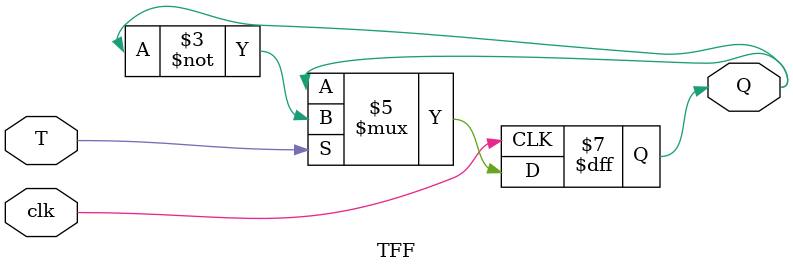
<source format=v>
`timescale 1ns / 1ps


module TFF(
    input       T,
    input       clk,
    output reg  Q
    );
 
    initial Q = 1;
    
    always @ (posedge clk) begin
 
        if (T == 1) begin
            Q <= ~Q;
        end
    
    end
    
endmodule
</source>
